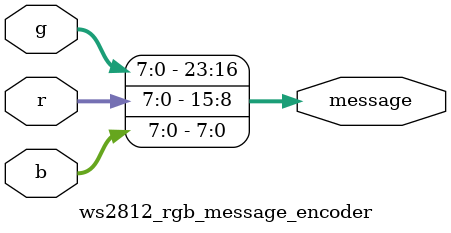
<source format=v>
module ws2812_rgb_message_encoder (
    input wire[7:0] r,
    input wire[7:0] g,
    input wire[7:0] b,
    output wire[23:0] message
);

assign message[23:16] = g;
assign message[15:8] = r;
assign message[7:0] = b;

endmodule
</source>
